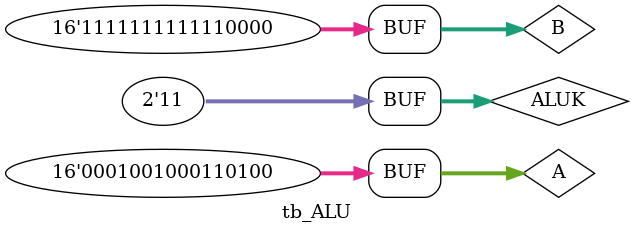
<source format=v>
`timescale 1ns / 1ps


module tb_ALU; 

    reg [15:0] A, B;
    reg [1:0] ALUK;
    wire [15:0] out;
    
    ALU uut(.A(A),
            .B(B),
            .ALUK(ALUK),
            .out_to_tri(out)
    );
    
    initial begin
        A = 0;
        B = 0;
        ALUK = 0;
        #10
        A = 1234;
        B = 2345;
        #10
        A = 16'h1234;
        B = 16'hFFF0;
        ALUK = 1;
        #10
        ALUK = 2;
        #10
        ALUK = 3;
    end
       
    
endmodule

</source>
